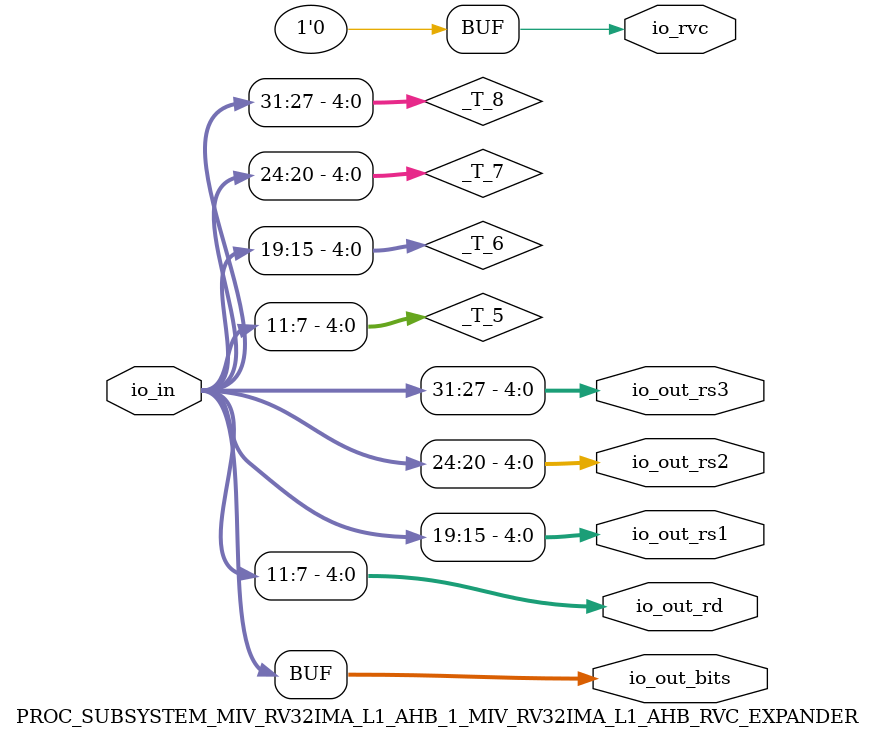
<source format=v>
`define RANDOMIZE
`timescale 1ns/10ps
module PROC_SUBSYSTEM_MIV_RV32IMA_L1_AHB_1_MIV_RV32IMA_L1_AHB_RVC_EXPANDER(
  input  [31:0] io_in,
  output [31:0] io_out_bits,
  output [4:0]  io_out_rd,
  output [4:0]  io_out_rs1,
  output [4:0]  io_out_rs2,
  output [4:0]  io_out_rs3,
  output        io_rvc
);
  wire [4:0] _T_5;
  wire [4:0] _T_6;
  wire [4:0] _T_7;
  wire [4:0] _T_8;
  assign io_out_bits = io_in;
  assign io_out_rd = _T_5;
  assign io_out_rs1 = _T_6;
  assign io_out_rs2 = _T_7;
  assign io_out_rs3 = _T_8;
  assign io_rvc = 1'h0;
  assign _T_5 = io_in[11:7];
  assign _T_6 = io_in[19:15];
  assign _T_7 = io_in[24:20];
  assign _T_8 = io_in[31:27];
endmodule

</source>
